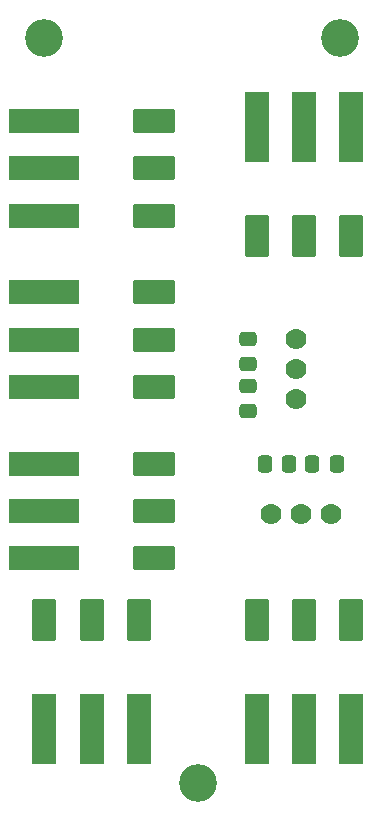
<source format=gbr>
%TF.GenerationSoftware,KiCad,Pcbnew,(6.0.4)*%
%TF.CreationDate,2022-11-04T10:04:38-04:00*%
%TF.ProjectId,controller board,636f6e74-726f-46c6-9c65-7220626f6172,rev?*%
%TF.SameCoordinates,Original*%
%TF.FileFunction,Soldermask,Top*%
%TF.FilePolarity,Negative*%
%FSLAX46Y46*%
G04 Gerber Fmt 4.6, Leading zero omitted, Abs format (unit mm)*
G04 Created by KiCad (PCBNEW (6.0.4)) date 2022-11-04 10:04:38*
%MOMM*%
%LPD*%
G01*
G04 APERTURE LIST*
G04 Aperture macros list*
%AMRoundRect*
0 Rectangle with rounded corners*
0 $1 Rounding radius*
0 $2 $3 $4 $5 $6 $7 $8 $9 X,Y pos of 4 corners*
0 Add a 4 corners polygon primitive as box body*
4,1,4,$2,$3,$4,$5,$6,$7,$8,$9,$2,$3,0*
0 Add four circle primitives for the rounded corners*
1,1,$1+$1,$2,$3*
1,1,$1+$1,$4,$5*
1,1,$1+$1,$6,$7*
1,1,$1+$1,$8,$9*
0 Add four rect primitives between the rounded corners*
20,1,$1+$1,$2,$3,$4,$5,0*
20,1,$1+$1,$4,$5,$6,$7,0*
20,1,$1+$1,$6,$7,$8,$9,0*
20,1,$1+$1,$8,$9,$2,$3,0*%
G04 Aperture macros list end*
%ADD10C,3.200000*%
%ADD11RoundRect,0.100000X-1.650000X-0.900000X1.650000X-0.900000X1.650000X0.900000X-1.650000X0.900000X0*%
%ADD12RoundRect,0.100000X-2.900000X-0.900000X2.900000X-0.900000X2.900000X0.900000X-2.900000X0.900000X0*%
%ADD13RoundRect,0.250000X-0.475000X0.337500X-0.475000X-0.337500X0.475000X-0.337500X0.475000X0.337500X0*%
%ADD14C,1.778000*%
%ADD15RoundRect,0.250000X-0.337500X-0.475000X0.337500X-0.475000X0.337500X0.475000X-0.337500X0.475000X0*%
%ADD16RoundRect,0.100000X0.900000X-1.650000X0.900000X1.650000X-0.900000X1.650000X-0.900000X-1.650000X0*%
%ADD17RoundRect,0.100000X0.900000X-2.900000X0.900000X2.900000X-0.900000X2.900000X-0.900000X-2.900000X0*%
%ADD18RoundRect,0.250000X0.337500X0.475000X-0.337500X0.475000X-0.337500X-0.475000X0.337500X-0.475000X0*%
%ADD19RoundRect,0.100000X-0.900000X2.900000X-0.900000X-2.900000X0.900000X-2.900000X0.900000X2.900000X0*%
%ADD20RoundRect,0.100000X-0.900000X1.650000X-0.900000X-1.650000X0.900000X-1.650000X0.900000X1.650000X0*%
%ADD21RoundRect,0.250000X0.475000X-0.337500X0.475000X0.337500X-0.475000X0.337500X-0.475000X-0.337500X0*%
G04 APERTURE END LIST*
D10*
%TO.C,H3*%
X132000000Y-45000000D03*
%TD*%
%TO.C,H2*%
X120000000Y-108000000D03*
%TD*%
%TO.C,H1*%
X107000000Y-45000000D03*
%TD*%
D11*
%TO.C,J6*%
X116250000Y-81000000D03*
D12*
X107000000Y-81000000D03*
D11*
X116250000Y-85000000D03*
D12*
X107000000Y-85000000D03*
D11*
X116250000Y-89000000D03*
D12*
X107000000Y-89000000D03*
%TD*%
D13*
%TO.C,C1*%
X124286000Y-70462500D03*
X124286000Y-72537500D03*
%TD*%
D11*
%TO.C,J5*%
X116250000Y-66500000D03*
D12*
X107000000Y-66500000D03*
D11*
X116250000Y-70500000D03*
D12*
X107000000Y-70500000D03*
D11*
X116250000Y-74500000D03*
D12*
X107000000Y-74500000D03*
%TD*%
D11*
%TO.C,J4*%
X116250000Y-52000000D03*
D12*
X107000000Y-52000000D03*
X107000000Y-56000000D03*
D11*
X116250000Y-56000000D03*
D12*
X107000000Y-60000000D03*
D11*
X116250000Y-60000000D03*
%TD*%
D14*
%TO.C,U2*%
X131254000Y-85286000D03*
X128714000Y-85286000D03*
X126174000Y-85286000D03*
%TD*%
D15*
%TO.C,C4*%
X125676500Y-81000000D03*
X127751500Y-81000000D03*
%TD*%
D16*
%TO.C,J3*%
X125000000Y-94250000D03*
D17*
X125000000Y-103500000D03*
D16*
X129000000Y-94250000D03*
D17*
X129000000Y-103500000D03*
X133000000Y-103500000D03*
D16*
X133000000Y-94250000D03*
%TD*%
D18*
%TO.C,C2*%
X131751500Y-81000000D03*
X129676500Y-81000000D03*
%TD*%
D19*
%TO.C,J1*%
X133000000Y-52500000D03*
D20*
X133000000Y-61750000D03*
X129000000Y-61750000D03*
D19*
X129000000Y-52500000D03*
D20*
X125000000Y-61750000D03*
D19*
X125000000Y-52500000D03*
%TD*%
D17*
%TO.C,J2*%
X107000000Y-103500000D03*
D16*
X107000000Y-94250000D03*
X111000000Y-94250000D03*
D17*
X111000000Y-103500000D03*
X115000000Y-103500000D03*
D16*
X115000000Y-94250000D03*
%TD*%
D14*
%TO.C,U1*%
X128286000Y-70460000D03*
X128286000Y-73000000D03*
X128286000Y-75540000D03*
%TD*%
D21*
%TO.C,C3*%
X124286000Y-76537500D03*
X124286000Y-74462500D03*
%TD*%
M02*

</source>
